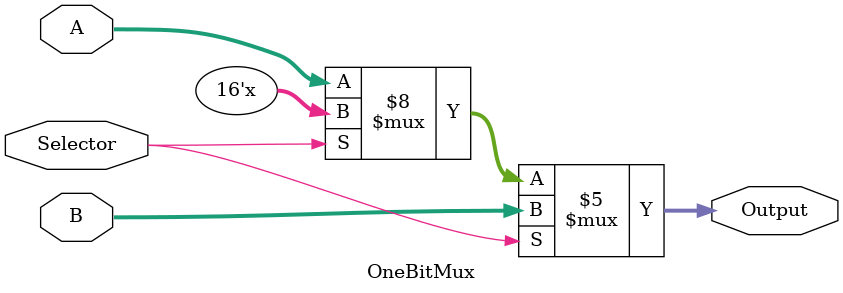
<source format=v>
`timescale 1ns / 1ps
module OneBitMux(

    input Selector,
    input [15:0] A,
    input [15:0] B,
    output reg [15:0] Output
    );
	 // S = 0.. Output = A
	 // S= 1.. Output = B CoolRegisterFile
	 // S = 2 .. Output = C SignExtender
	 // S = 3 .. Output = D 

	always @ (A,B,Selector) begin
		if (Selector == 0) begin
			Output = A;
		end
		if (Selector == 1) begin
			Output = B;
		end
	
	
	
	end


endmodule

</source>
